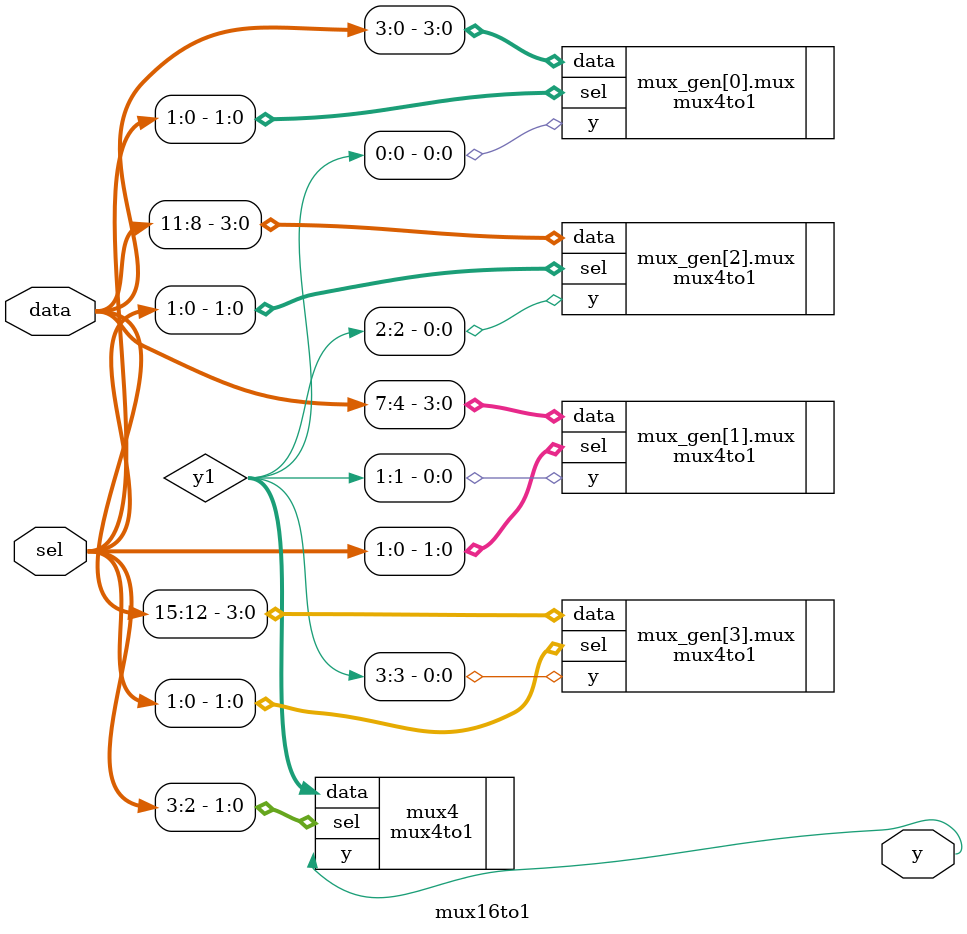
<source format=v>
module mux16to1(
  input wire [15:0] data, 
 input wire [3:0] sel,
  output  wire  y
);
 wire [3:0] y1;
  genvar i;
  generate for (i = 0; i < 4; i = i + 1) begin : mux_gen 
  mux4to1 mux ( .data(data[i*4 +: 4]), 
 .sel(sel[1:0]), 
.y(y1[i]) 
 ); 
end 
endgenerate
mux4to1  mux4 ( .data(y1), .sel(sel[3:2]), .y(y) );
 endmodule

</source>
